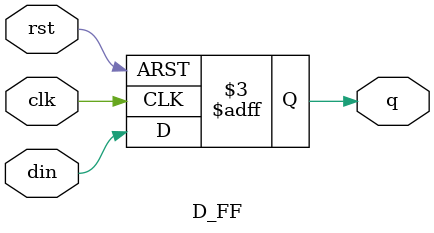
<source format=v>
`timescale 1ns / 1ps

module D_FF(clk, din, rst, q);
    input clk, din, rst;
    output q;
    reg q;

always @(posedge clk or posedge rst)
begin
    if (rst == 1)
        q <=0;
    else
        q <= din;
end

endmodule
</source>
